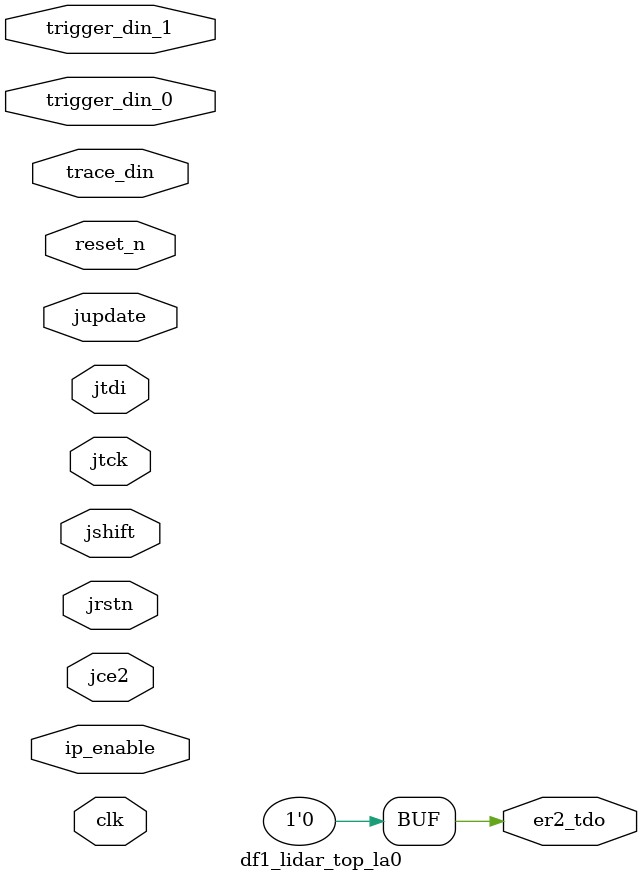
<source format=v>

/* WARNING - Changes to this file should be performed by re-running IPexpress
or modifying the .LPC file and regenerating the core.  Other changes may lead
to inconsistent simulation and/or implemenation results */

module df1_lidar_top_la0 (
    clk,
    reset_n,
    jtck,
    jrstn,
    jce2,
    jtdi,
    er2_tdo,
    jshift,
    jupdate,
    trigger_din_0,
    trigger_din_1,
    trace_din,
    ip_enable
);

// PARAMETERS DEFINED BY USER
localparam NUM_TRACE_SIGNALS   = 154;
localparam NUM_TRIGGER_SIGNALS = 16;
localparam INCLUDE_TRIG_DATA   = 0;
localparam NUM_TU_BITS_0       = 8;
localparam NUM_TU_BITS_1       = 8;

input  clk;
input  reset_n;
input  jtck;
input  jrstn;
input  jce2;
input  jtdi;
output er2_tdo;
input  jshift;
input  jupdate;
input  [NUM_TU_BITS_0 -1:0] trigger_din_0;
input  [NUM_TU_BITS_1 -1:0] trigger_din_1;
input  [NUM_TRACE_SIGNALS + (NUM_TRIGGER_SIGNALS * INCLUDE_TRIG_DATA) -1:0] trace_din;
input  ip_enable;

assign er2_tdo = 1'b0;

endmodule

</source>
